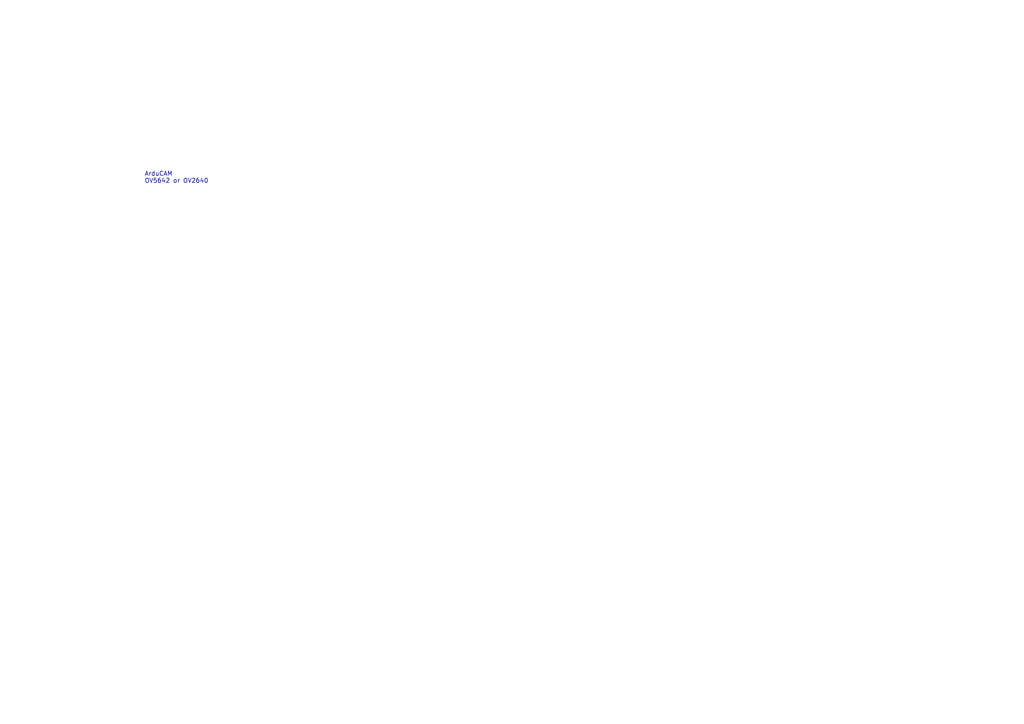
<source format=kicad_sch>
(kicad_sch (version 20211123) (generator eeschema)
  (paper "A4")
  (lib_symbols)
  (text "ArduCAM\nOV5642 or OV2640" (at 41.91 53.34 0) (effects (font (size 1.27 1.27)) (justify left bottom)))
)
</source>
